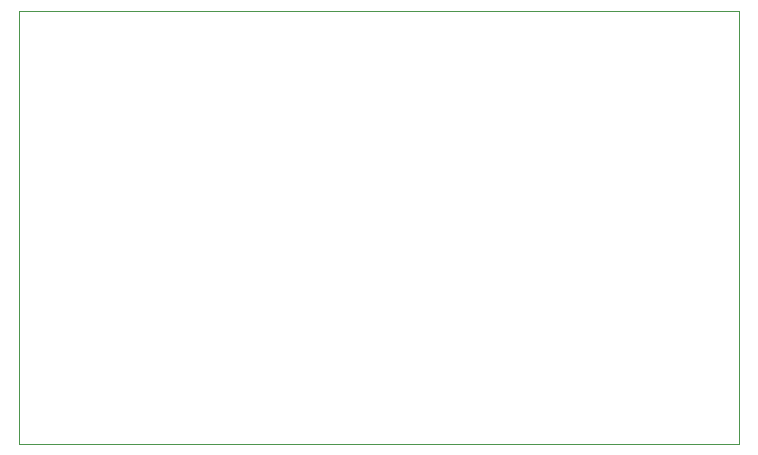
<source format=gbr>
%TF.GenerationSoftware,KiCad,Pcbnew,(6.0.2)*%
%TF.CreationDate,2022-05-10T14:03:59+02:00*%
%TF.ProjectId,AT806_Led-Matrix_backup,41543830-365f-44c6-9564-2d4d61747269,rev?*%
%TF.SameCoordinates,PX64e6140PY76a3180*%
%TF.FileFunction,Profile,NP*%
%FSLAX46Y46*%
G04 Gerber Fmt 4.6, Leading zero omitted, Abs format (unit mm)*
G04 Created by KiCad (PCBNEW (6.0.2)) date 2022-05-10 14:03:59*
%MOMM*%
%LPD*%
G01*
G04 APERTURE LIST*
%TA.AperFunction,Profile*%
%ADD10C,0.100000*%
%TD*%
G04 APERTURE END LIST*
D10*
X0Y0D02*
X0Y36600000D01*
X61000000Y36600000D02*
X61000000Y0D01*
X61000000Y0D02*
X0Y0D01*
X0Y36600000D02*
X61000000Y36600000D01*
M02*

</source>
